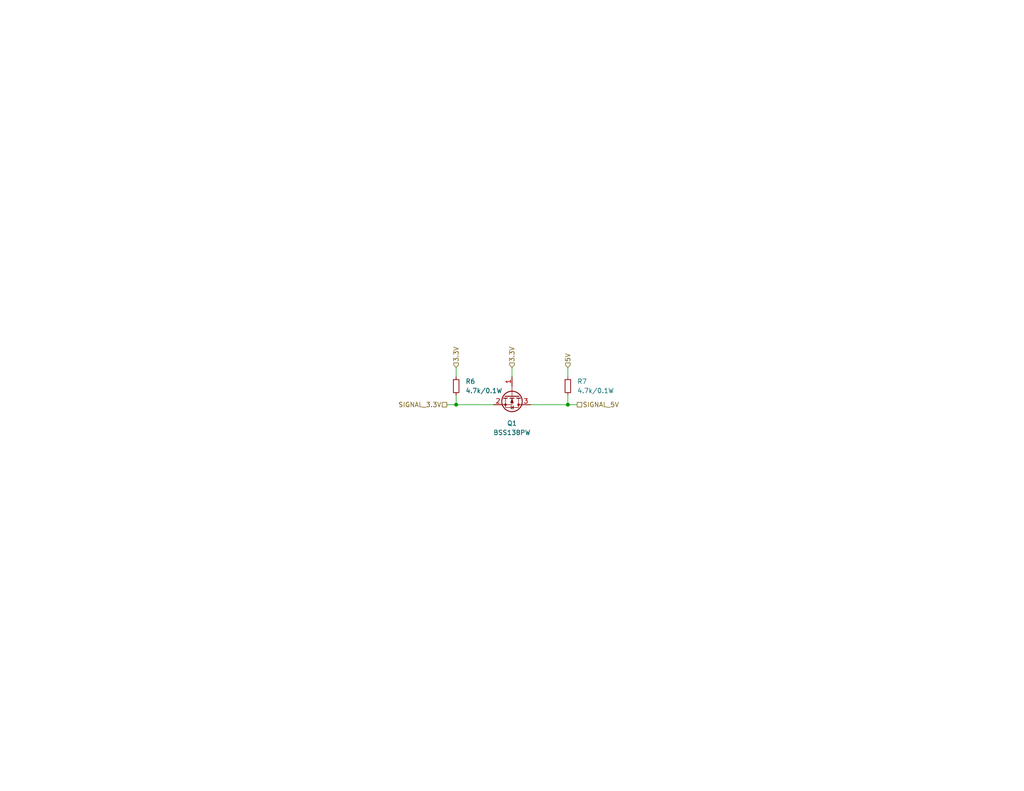
<source format=kicad_sch>
(kicad_sch (version 20211123) (generator eeschema)
  (paper "A")
  (title_block (title "https://github.com/apcountryman/pcb-main-nautilus-atmega4809") (rev "GIT_VERSION") (comment 1 "Derivative of the \"Arduino UNO Rev3\" (https://docs.arduino.cc/hardware/uno-rev3) and\\n\"Arduino Nano Every\" (https://docs.arduino.cc/hardware/nano-every) reference designs."))
  (lib_symbols
    (symbol "Device:Q_NMOS_GSD" (pin_names (offset 0) hide)
      (property "Reference" "Q" (at 5.08 1.27 0))
      (property "Value" "Q_NMOS_GSD" (at 5.08 -1.27 0))
      (symbol "Q_NMOS_GSD_0_1"
        (polyline (pts (xy 0.254 0) (xy -2.54 0)))
        (polyline (pts (xy 0.254 1.905) (xy 0.254 -1.905)) (stroke (width 0.254)))
        (polyline (pts (xy 0.762 -1.27) (xy 0.762 -2.286)) (stroke (width 0.254)))
        (polyline (pts (xy 0.762 0.508) (xy 0.762 -0.508)) (stroke (width 0.254)))
        (polyline (pts (xy 0.762 2.286) (xy 0.762 1.27)) (stroke (width 0.254)))
        (polyline (pts (xy 2.54 2.54) (xy 2.54 1.778)))
        (polyline (pts (xy 2.54 -2.54) (xy 2.54 0) (xy 0.762 0)))
        (polyline (pts (xy 0.762 -1.778) (xy 3.302 -1.778) (xy 3.302 1.778) (xy 0.762 1.778)))
        (polyline (pts (xy 1.016 0) (xy 2.032 0.381) (xy 2.032 -0.381) (xy 1.016 0)) (fill (type outline)))
        (polyline (pts (xy 2.794 0.508) (xy 2.921 0.381) (xy 3.683 0.381) (xy 3.81 0.254)))
        (polyline (pts (xy 3.302 0.381) (xy 2.921 -0.254) (xy 3.683 -0.254) (xy 3.302 0.381)))
        (circle (center 1.651 0) (radius 2.794) (stroke (width 0.254)))
        (circle (center 2.54 -1.778) (radius 0.254) (fill (type outline)))
        (circle (center 2.54 1.778) (radius 0.254) (fill (type outline)))
      )
      (symbol "Q_NMOS_GSD_1_1"
        (pin input line (at -5.08 0 0) (length 2.54) (name "G") (number "1"))
        (pin passive line (at 2.54 -5.08 90) (length 2.54) (name "S") (number "2"))
        (pin passive line (at 2.54 5.08 270) (length 2.54) (name "D") (number "3"))
      )
    )
    (symbol "Device:R_Small" (pin_numbers hide) (pin_names (offset 0.254) hide)
      (property "Reference" "R" (at 0.762 0.508 0))
      (property "Value" "R_Small" (at 0.762 -1.016 0))
      (symbol "R_Small_0_1"
        (rectangle (start -0.762 1.778) (end 0.762 -1.778) (stroke (width 0.2032)))
      )
      (symbol "R_Small_1_1"
        (pin passive line (at 0 2.54 270) (length 0.762) (name "~") (number "1"))
        (pin passive line (at 0 -2.54 90) (length 0.762) (name "~") (number "2"))
      )
    )
  )
  (junction (at 154.94 110.49))
  (junction (at 124.46 110.49))
  (wire (pts (xy 139.7 100.33) (xy 139.7 102.87)))
  (wire (pts (xy 124.46 107.95) (xy 124.46 110.49)))
  (wire (pts (xy 154.94 100.33) (xy 154.94 102.87)))
  (wire (pts (xy 154.94 107.95) (xy 154.94 110.49)))
  (wire (pts (xy 124.46 100.33) (xy 124.46 102.87)))
  (wire (pts (xy 154.94 110.49) (xy 157.48 110.49)))
  (wire (pts (xy 121.92 110.49) (xy 124.46 110.49)))
  (wire (pts (xy 124.46 110.49) (xy 134.62 110.49)))
  (wire (pts (xy 144.78 110.49) (xy 154.94 110.49)))
  (hierarchical_label "SIGNAL_3.3V" (shape passive) (at 121.92 110.49 180))
  (hierarchical_label "5V" (shape input) (at 154.94 100.33 90))
  (hierarchical_label "3.3V" (shape input) (at 139.7 100.33 90))
  (hierarchical_label "3.3V" (shape input) (at 124.46 100.33 90))
  (hierarchical_label "SIGNAL_5V" (shape passive) (at 157.48 110.49 0))
  (symbol (lib_id "Device:R_Small") (at 154.94 105.41 0) (unit 1)
    (property "Reference" "R7" (at 157.48 104.1399 0) (effects (justify left)))
    (property "Value" "4.7k/0.1W" (at 157.48 106.6799 0) (effects (justify left)))
    (property "Footprint" "Resistor_SMD:R_0603_1608Metric_Pad0.98x0.95mm_HandSolder" (effects hide))
    (property "Datasheet" "https://industrial.panasonic.com/cdbs/www-data/pdf/RDA0000/AOA0000C304.pdf" (effects hide))
    (property "Manufacturer" "Panasonic Electronic Components" (effects hide))
    (property "Manufacturer Part Number" "ERJ-3EKF4701" (effects hide))
    (property "Digi-Key Part Number" "P4.70KHCT-ND" (effects hide))
    (property "Mouser Part Number" "667-ERJ-3EKF4701V" (effects hide))
  )
  (symbol (lib_id "Device:R_Small") (at 124.46 105.41 0) (unit 1)
    (property "Reference" "R6" (at 127 104.1399 0) (effects (justify left)))
    (property "Value" "4.7k/0.1W" (at 127 106.6799 0) (effects (justify left)))
    (property "Footprint" "Resistor_SMD:R_0603_1608Metric_Pad0.98x0.95mm_HandSolder" (effects hide))
    (property "Datasheet" "https://industrial.panasonic.com/cdbs/www-data/pdf/RDA0000/AOA0000C304.pdf" (effects hide))
    (property "Manufacturer" "Panasonic Electronic Components" (effects hide))
    (property "Manufacturer Part Number" "ERJ-3EKF4701" (effects hide))
    (property "Digi-Key Part Number" "P4.70KHCT-ND" (effects hide))
    (property "Mouser Part Number" "667-ERJ-3EKF4701V" (effects hide))
  )
  (symbol (lib_id "Device:Q_NMOS_GSD") (at 139.7 107.95 270) (unit 1)
    (property "Reference" "Q1" (at 139.7 115.57 90))
    (property "Value" "BSS138PW" (at 139.7 118.11 90))
    (property "Footprint" "Package_TO_SOT_SMD:SOT-323_SC-70_Handsoldering" (effects hide))
    (property "Datasheet" "https://assets.nexperia.com/documents/data-sheet/BSS138PW.pdf" (effects hide))
    (property "Manufacturer" "Nexperia USA Inc." (effects hide))
    (property "Manufacturer Part Number" "BSS138PW" (effects hide))
    (property "Digi-Key Part Number" "1727-1143-1-ND" (effects hide))
    (property "Mouser Part Number" "771-BSS138PW115" (effects hide))
  )
)
</source>
